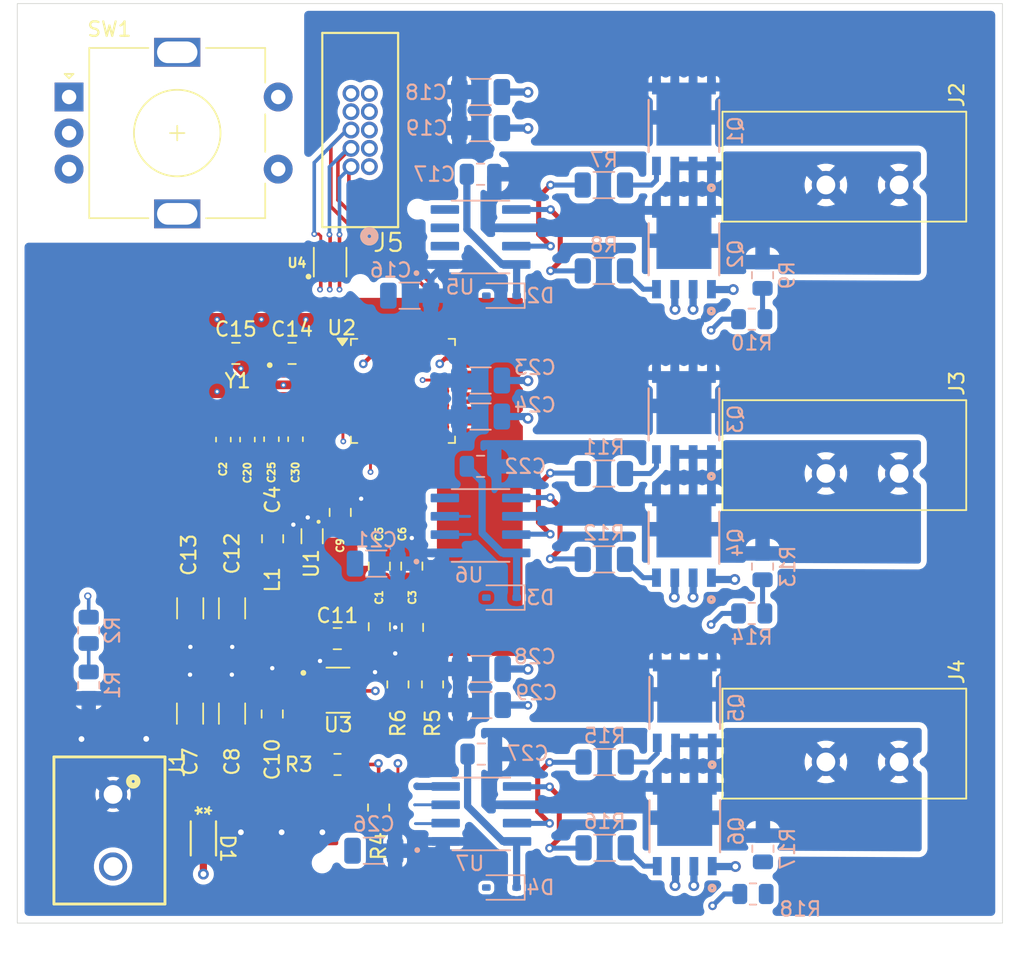
<source format=kicad_pcb>
(kicad_pcb (version 20241229) (generator "pcbnew") (generator_version "9.0")
  (layers (0 "F.Cu" signal) (4 "In1.Cu" signal) (6 "In2.Cu" signal) (2 "B.Cu" signal) (13 "F.Paste" user) (15 "B.Paste" user) (5 "F.SilkS" user "F.Silkscreen") (7 "B.SilkS" user "B.Silkscreen") (1 "F.Mask" user) (3 "B.Mask" user) (25 "Edge.Cuts" user))
  (net 0 "")
  (net 1 "GND")
  (net 2 "+3V3")
  (net 3 "/PWR/VCC_SENSE")
  (net 4 "VCC")
  (net 5 "VDDA")
  (net 6 "/PWR/BST")
  (net 7 "/STM32/HSE_IN")
  (net 8 "/STM32/HSE_OUT")
  (net 9 "Net-(D2-K)")
  (net 10 "/U PHASE/U_PHASE")
  (net 11 "/STM32/U_VSENSE")
  (net 12 "Net-(D3-K)")
  (net 13 "/V PHASE/V_PHASE")
  (net 14 "/STM32/V_VSENSE")
  (net 15 "/W PHASE/W_PHASE")
  (net 16 "Net-(D4-K)")
  (net 17 "/STM32/W_VSENSE")
  (net 19 "/STM32/SWDIO")
  (net 21 "/STM32/SWCLK")
  (net 22 "/STM32/SWO")
  (net 24 "Net-(Q1-Pad4)")
  (net 25 "Net-(Q2-Pad4)")
  (net 26 "Net-(Q3-Pad4)")
  (net 27 "Net-(Q4-Pad4)")
  (net 28 "Net-(Q5-Pad4)")
  (net 29 "Net-(Q6-Pad4)")
  (net 30 "/PWR/BUCK_EN")
  (net 31 "/PWR/VBST")
  (net 32 "Net-(U5-HO)")
  (net 33 "Net-(U5-LO)")
  (net 34 "Net-(U6-HO)")
  (net 35 "Net-(U6-LO)")
  (net 36 "Net-(U7-HO)")
  (net 37 "Net-(U7-LO)")
  (net 38 "/STM32/ENC_B")
  (net 39 "/STM32/ENC_A")
  (net 40 "/STM32/W_HIN")
  (net 42 "/STM32/W_LIN")
  (net 43 "/STM32/V_LIN")
  (net 51 "/STM32/U_LIN")
  (net 58 "/STM32/V_HIN")
  (net 63 "/STM32/U_HIN")
  (net 67 "/PWR/VFB")
  (footprint "esc-land-patterns:SOT95P280X110-6N" (layer "F.Cu") (at 132.345 110.025)
    (property "Reference" "U3")
    (property "Value" "TPS562201DDCR" (hide yes))
  )
  (footprint "Capacitor_SMD:C_0805_2012Metric" (layer "F.Cu") (at 137.4625 101.425 90)
    (property "Reference" "C3")
    (property "Value" ".1uF" (hide yes))
  )
  (footprint "Capacitor_SMD:C_0603_1608Metric" (layer "F.Cu") (at 129.4 92.625 -90)
    (property "Reference" "C30")
    (property "Value" "10nF" (hide yes))
  )
  (footprint "Capacitor_SMD:C_0805_2012Metric" (layer "F.Cu") (at 137.5125 105.675 -90)
    (property "Reference" "C6")
    (property "Value" ".1uF")
  )
  (footprint "Capacitor_SMD:C_0805_2012Metric" (layer "F.Cu") (at 129.1625 86.675)
    (property "Reference" "C14")
    (property "Value" "4.7uF" (hide yes))
  )
  (footprint "Rotary_Encoder:RotaryEncoder_Alps_EC11E-Switch_Vertical_H20mm" (layer "F.Cu") (at 113.7 68.9)
    (property "Reference" "SW1")
    (property "Value" "RotaryEncoder" (hide yes))
  )
  (footprint "esc-land-patterns:XTAL_ABS04W-32.768KHZ-4-D2-T5" (layer "F.Cu") (at 127.2025 88.59 -90)
    (property "Reference" "Y1")
    (property "Value" "32.768KHz" (hide yes))
  )
  (footprint "Capacitor_SMD:C_1206_3216Metric" (layer "F.Cu") (at 125 111.65 90)
    (property "Reference" "C8")
    (property "Value" "22uF" (hide yes))
  )
  (footprint "Capacitor_SMD:C_0805_2012Metric" (layer "F.Cu") (at 127.8125 99.525 90)
    (property "Reference" "C4")
    (property "Value" "4.7uF" (hide yes))
  )
  (footprint "Resistor_SMD:R_0805_2012Metric" (layer "F.Cu") (at 135.1625 118.1625 -90)
    (property "Reference" "R4")
    (property "Value" "10k" (hide yes))
  )
  (footprint "esc-land-patterns:INDC2012X145N" (layer "F.Cu") (at 127.8 104.965 90)
    (property "Reference" "L1")
    (property "Value" "3.3uH" (hide yes))
  )
  (footprint "esc-land-patterns:PHOENIX_1706701" (layer "F.Cu") (at 175.9 117.54 90)
    (property "Reference" "J4")
    (property "Value" "Screw_Terminal_01x01" (hide yes))
  )
  (footprint "esc-land-patterns:SOD-323HEUS2H_TOS" (layer "F.Cu") (at 123.0125 120.3 -90)
    (property "Reference" "D1")
    (property "Value" "CUHZ16V_H3F" (hide yes))
  )
  (footprint "esc-land-patterns:SON65P200X200X80-7N" (layer "F.Cu") (at 131.8 80.35 90)
    (property "Reference" "U4")
    (property "Value" "TVS0500DRV" (hide yes))
  )
  (footprint "Capacitor_SMD:C_0805_2012Metric" (layer "F.Cu") (at 125.2625 86.675)
    (property "Reference" "C15")
    (property "Value" "4.7uF" (hide yes))
  )
  (footprint "Capacitor_SMD:C_0805_2012Metric" (layer "F.Cu") (at 135.2125 101.425 90)
    (property "Reference" "C1")
    (property "Value" "4.7uF" (hide yes))
  )
  (footprint "Capacitor_SMD:C_0805_2012Metric" (layer "F.Cu") (at 127.7875 111.675 90)
    (property "Reference" "C10")
    (property "Value" ".1uF" (hide yes))
  )
  (footprint "esc-land-patterns:PHOENIX_1706701" (layer "F.Cu") (at 175.9 77.54 90)
    (property "Reference" "J2")
    (property "Value" "Screw_Terminal_01x01" (hide yes))
  )
  (footprint "Capacitor_SMD:C_0603_1608Metric" (layer "F.Cu") (at 126.066667 92.65 -90)
    (property "Reference" "C20")
    (property "Value" "10nF" (hide yes))
  )
  (footprint "Capacitor_SMD:C_1206_3216Metric" (layer "F.Cu") (at 122.0875 111.65 90)
    (property "Reference" "C7")
    (property "Value" "22uF" (hide yes))
  )
  (footprint "Capacitor_SMD:C_0603_1608Metric" (layer "F.Cu") (at 124.4 92.65 -90)
    (property "Reference" "C2")
    (property "Value" "10nF" (hide yes))
  )
  (footprint "Capacitor_SMD:C_0805_2012Metric" (layer "F.Cu") (at 132.3 106.45 180)
    (property "Reference" "C11")
    (property "Value" ".1uF" (hide yes))
  )
  (footprint "Resistor_SMD:R_0805_2012Metric" (layer "F.Cu") (at 136.5 109.625 90)
    (property "Reference" "R6")
    (property "Value" "10k" (hide yes))
  )
  (footprint "Capacitor_SMD:C_0805_2012Metric" (layer "F.Cu") (at 135.2125 105.625 -90)
    (property "Reference" "C5")
    (property "Value" ".1uF" (hide yes))
  )
  (footprint "Capacitor_SMD:C_1206_3216Metric" (layer "F.Cu") (at 125 104.35 -90)
    (property "Reference" "C12")
    (property "Value" "22uF" (hide yes))
  )
  (footprint "Package_SON:Texas_X2SON-4_1x1mm_P0.65mm" (layer "F.Cu") (at 130.55 99.35 -90)
    (property "Reference" "U1")
    (property "Value" "TPS7A20xxxDQN" (hide yes))
  )
  (footprint "esc-land-patterns:CONN_3220-10-0100-00_CNC" (layer "F.Cu") (at 134.52 73.73 90)
    (property "Reference" "J5")
    (property "Value" "3220-10-0100-00" (hide yes))
  )
  (footprint "Package_QFP:LQFP-48_7x7mm_P0.5mm" (layer "F.Cu") (at 136.85 89.275)
    (property "Reference" "U2")
    (property "Value" "STM32G484CETx" (hide yes))
  )
  (footprint "esc-land-patterns:691137710002" (layer "F.Cu") (at 116.75 119.75 -90)
    (property "Reference" "J1")
    (property "Value" "Conn_01x02")
  )
  (footprint "Capacitor_SMD:C_1206_3216Metric" (layer "F.Cu") (at 122.1 104.35 -90)
    (property "Reference" "C13")
    (property "Value" "22uF" (hide yes))
  )
  (footprint "Resistor_SMD:R_0805_2012Metric" (layer "F.Cu") (at 138.9 109.625 90)
    (property "Reference" "R5")
    (property "Value" "33.2k" (hide yes))
  )
  (footprint "Resistor_SMD:R_0805_2012Metric" (layer "F.Cu") (at 132.3125 115.175 180)
    (property "Reference" "R3")
    (property "Value" "52.5k" (hide yes))
  )
  (footprint "Capacitor_SMD:C_0805_2012Metric" (layer "F.Cu") (at 132.5 97.7 90)
    (property "Reference" "C9")
    (property "Value" "4.7uF" (hide yes))
  )
  (footprint "esc-land-patterns:PHOENIX_1706701" (layer "F.Cu") (at 175.9 97.54 90)
    (property "Reference" "J3")
    (property "Value" "Screw_Terminal_01x01" (hide yes))
  )
  (footprint "Capacitor_SMD:C_0603_1608Metric" (layer "F.Cu") (at 127.733333 92.625 -90)
    (property "Reference" "C25")
    (property "Value" "10nF" (hide yes))
  )
  (footprint "Diode_SMD:D_SOD-323" (layer "B.Cu") (at 143.68 123.705 180)
    (property "Reference" "D4")
    (property "Value" "1N5819WS" (hide yes))
  )
  (footprint "esc-land-patterns:TRANS_SIR182DP-T1-RE3" (layer "B.Cu") (at 156.33 71.005 90)
    (property "Reference" "Q1")
    (property "Value" "SIR182DP-T1-RE3" (hide yes))
  )
  (footprint "esc-land-patterns:TRANS_SIR182DP-T1-RE3" (layer "B.Cu") (at 156.385 111.005 90)
    (property "Reference" "Q5")
    (property "Value" "SIR182DP-T1-RE3" (hide yes))
  )
  (footprint "Capacitor_SMD:C_1206_3216Metric" (layer "B.Cu") (at 135 101.25 180)
    (property "Reference" "C21")
    (property "Value" "22uF" (hide yes))
  )
  (footprint "Resistor_SMD:R_1206_3216Metric" (layer "B.Cu") (at 150.78 80.955 180)
    (property "Reference" "R8")
    (property "Value" "100" (hide yes))
  )
  (footprint "Capacitor_SMD:C_1206_3216Metric" (layer "B.Cu") (at 137.3125 82.675 180)
    (property "Reference" "C16")
    (property "Value" "22uF" (hide yes))
  )
  (footprint "Capacitor_SMD:C_1206_3216Metric" (layer "B.Cu") (at 142.285 108.555)
    (property "Reference" "C28")
    (property "Value" "22uF" (hide yes))
  )
  (footprint "Resistor_SMD:R_0805_2012Metric" (layer "B.Cu") (at 115.0625 105.875 90)
    (property "Reference" "R2")
    (property "Value" "10k" (hide yes))
  )
  (footprint "Diode_SMD:D_SOD-323" (layer "B.Cu") (at 143.68 103.605 180)
    (property "Reference" "D3")
    (property "Value" "1N5819WS" (hide yes))
  )
  (footprint "Capacitor_SMD:C_1206_3216Metric" (layer "B.Cu") (at 142.285 111.055)
    (property "Reference" "C29")
    (property "Value" "22uF")
  )
  (footprint "Resistor_SMD:R_0805_2012Metric" (layer "B.Cu") (at 161.78 101.455 -90)
    (property "Reference" "R13")
    (property "Value" "33.2k" (hide yes))
  )
  (footprint "Resistor_SMD:R_1206_3216Metric" (layer "B.Cu") (at 150.78 100.955 180)
    (property "Reference" "R12")
    (property "Value" "100" (hide yes))
  )
  (footprint "Resistor_SMD:R_0805_2012Metric" (layer "B.Cu") (at 161.03 84.305 180)
    (property "Reference" "R10")
    (property "Value" "10k" (hide yes))
  )
  (footprint "esc-land-patterns:SOIC127P600X175-8N" (layer "B.Cu") (at 142.285 118.605)
    (property "Reference" "U7")
    (property "Value" "IR2103STRPBF" (hide yes))
  )
  (footprint "esc-land-patterns:TRANS_SIR182DP-T1-RE3" (layer "B.Cu") (at 156.385 119.555 90)
    (property "Reference" "Q6")
    (property "Value" "SIR182DP-T1-RE3" (hide yes))
  )
  (footprint "Resistor_SMD:R_1206_3216Metric" (layer "B.Cu") (at 150.835 115.005 180)
    (property "Reference" "R15")
    (property "Value" "100" (hide yes))
  )
  (footprint "Capacitor_SMD:C_0805_2012Metric" (layer "B.Cu") (at 142.28 114.455)
    (property "Reference" "C27")
    (property "Value" "1uF" (hide yes))
  )
  (footprint "Resistor_SMD:R_1206_3216Metric" (layer "B.Cu") (at 150.78 75.005 180)
    (property "Reference" "R7")
    (property "Value" "100" (hide yes))
  )
  (footprint "esc-land-patterns:SOIC127P600X175-8N" (layer "B.Cu") (at 142.23 78.605)
    (property "Reference" "U5")
    (property "Value" "IR2103STRPBF" (hide yes))
  )
  (footprint "Capacitor_SMD:C_1206_3216Metric" (layer "B.Cu") (at 142.23 88.555)
    (property "Reference" "C23")
    (property "Value" "22uF" (hide yes))
  )
  (footprint "Resistor_SMD:R_0805_2012Metric" (layer "B.Cu") (at 161.1175 124.155 180)
    (property "Reference" "R18")
    (property "Value" "10k" (hide yes))
  )
  (footprint "esc-land-patterns:SOIC127P600X175-8N" (layer "B.Cu") (at 142.23 98.605)
    (property "Reference" "U6")
    (property "Value" "IR2103STRPBF" (hide yes))
  )
  (footprint "esc-land-patterns:TRANS_SIR182DP-T1-RE3" (layer "B.Cu") (at 156.33 79.555 90)
    (property "Reference" "Q2")
    (property "Value" "SIR182DP-T1-RE3" (hide yes))
  )
  (footprint "Resistor_SMD:R_1206_3216Metric" (layer "B.Cu") (at 150.835 120.955 180)
    (property "Reference" "R16")
    (property "Value" "100" (hide yes))
  )
  (footprint "Resistor_SMD:R_0805_2012Metric" (layer "B.Cu") (at 161.78 81.255 -90)
    (property "Reference" "R9")
    (property "Value" "33.2k" (hide yes))
  )
  (footprint "Resistor_SMD:R_1206_3216Metric" (layer "B.Cu") (at 150.78 95.005 180)
    (property "Reference" "R11")
    (property "Value" "100" (hide yes))
  )
  (footprint "Resistor_SMD:R_0805_2012Metric" (layer "B.Cu") (at 115.0625 109.675 90)
    (property "Reference" "R1")
    (property "Value" "30k" (hide yes))
  )
  (footprint "Capacitor_SMD:C_0805_2012Metric" (layer "B.Cu") (at 142.23 94.505)
    (property "Reference" "C22")
    (property "Value" "1uF" (hide yes))
  )
  (footprint "Capacitor_SMD:C_1206_3216Metric" (layer "B.Cu") (at 142.23 68.555)
    (property "Reference" "C18")
    (property "Value" "22uF" (hide yes))
  )
  (footprint "Capacitor_SMD:C_1206_3216Metric" (layer "B.Cu") (at 142.23 71.055)
    (property "Reference" "C19")
    (property "Value" "22uF" (hide yes))
  )
  (footprint "Capacitor_SMD:C_1206_3216Metric" (layer "B.Cu") (at 142.23 91.055)
    (property "Reference" "C24")
    (property "Value" "22uF")
  )
  (footprint "Diode_SMD:D_SOD-323" (layer "B.Cu") (at 143.68 82.675 180)
    (property "Reference" "D2")
    (property "Value" "1N5819WS" (hide yes))
  )
  (footprint "esc-land-patterns:TRANS_SIR182DP-T1-RE3" (layer "B.Cu") (at 156.33 91.005 90)
    (property "Reference" "Q3")
    (property "Value" "SIR182DP-T1-RE3" (hide yes))
  )
  (footprint "Resistor_SMD:R_0805_2012Metric" (layer "B.Cu") (at 161.03 104.705 180)
    (property "Reference" "R14")
    (property "Value" "10k" (hide yes))
  )
  (footprint "Capacitor_SMD:C_0805_2012Metric" (layer "B.Cu") (at 142.23 74.254996)
    (property "Reference" "C17")
    (property "Value" "1uF" (hide yes))
  )
  (footprint "Resistor_SMD:R_0805_2012Metric" (layer "B.Cu") (at 161.805 121.0175 -90)
    (property "Reference" "R17")
    (property "Value" "33.2k" (hide yes))
  )
  (footprint "Capacitor_SMD:C_1206_3216Metric" (layer "B.Cu") (at 134.83 121.155 180)
    (property "Reference" "C26")
    (property "Value" "22uF")
  )
  (footprint "esc-land-patterns:TRANS_SIR182DP-T1-RE3" (layer "B.Cu") (at 156.33 99.555 90)
    (property "Reference" "Q4")
    (property "Value" "SIR182DP-T1-RE3" (hide yes))
  )
  (gr_rect (start 110.1125 62.425) (end 178.4125 126.175) (stroke (width 0.05)) (fill no) (layer "Edge.Cuts"))
  (segment (start 126.2125 86.675) (end 126.2125 85.325) (width 0.25) (layer "F.Cu") (net 1))
  (segment (start 123.0125 122.775) (end 123.0125 121.4938) (width 0.5) (layer "F.Cu") (net 1))
  (segment (start 131.1 108) (end 131.1 109.065) (width 0.3) (layer "F.Cu") (net 1))
  (segment (start 128.5125 88.925) (end 128.5625 88.875) (width 0.2) (layer "F.Cu") (net 1))
  (segment (start 134.6 85.1125) (end 134.6 86.9) (width 0.3) (layer "F.Cu") (net 1))
  (segment (start 136.1125 105.675) (end 135.2125 106.575) (width 0.35) (layer "F.Cu") (net 1))
  (segment (start 126.1425 88.255) (end 125.6125 87.725) (width 0.2) (layer "F.Cu") (net 1))
  (segment (start 130.1125 86.675) (end 130.1125 84.325) (width 0.25) (layer "F.Cu") (net 1))
  (segment (start 137.1625 106.625) (end 136.3125 107.475) (width 0.35) (layer "F.Cu") (net 1))
  (segment (start 125 110.175) (end 125 108.9625) (width 0.3) (layer "F.Cu") (net 1))
  (segment (start 137.4625 100.475) (end 137.4625 99.475) (width 0.35) (layer "F.Cu") (net 1))
  (segment (start 130.55 99.35) (end 130.225 99.025) (width 0.3) (layer "F.Cu") (net 1))
  (segment (start 136.4375 108.775) (end 136.5 108.7125) (width 0.3) (layer "F.Cu") (net 1))
  (segment (start 129.225 98.575) (end 129.25 98.55) (width 0.3) (layer "F.Cu") (net 1))
  (segment (start 134.9125 108.775) (end 136.4375 108.775) (width 0.3) (layer "F.Cu") (net 1))
  (segment (start 125 107.0125) (end 125.0125 107.025) (width 0.3) (layer "F.Cu") (net 1))
  (segment (start 122.1125 107.025) (end 122.1 107.0125) (width 0.3) (layer "F.Cu") (net 1))
  (segment (start 135.2125 100.475) (end 137.4625 100.475) (width 0.35) (layer "F.Cu") (net 1))
  (segment (start 126.7925 88.255) (end 126.1425 88.255) (width 0.2) (layer "F.Cu") (net 1))
  (segment (start 136.5 117.7375) (end 135.1625 119.075) (width 0.2) (layer "F.Cu") (net 1))
  (segment (start 133.95 96.75) (end 132.5 96.75) (width 0.3) (layer "F.Cu") (net 1))
  (segment (start 127.0375 84.325) (end 127.0375 84.5) (width 0.25) (layer "F.Cu") (net 1))
  (segment (start 132.45 81.375) (end 132.45 82.25) (width 0.25) (layer "F.Cu") (net 1))
  (segment (start 125 108.9625) (end 124.9875 108.95) (width 0.3) (layer "F.Cu") (net 1))
  (segment (start 130.225 99.025) (end 130.225 98.92) (width 0.3) (layer "F.Cu") (net 1))
  (segment (start 136.3125 105.675) (end 136.1125 105.675) (width 0.35) (layer "F.Cu") (net 1))
  (segment (start 127.7875 110.725) (end 127.7875 108.5) (width 0.3) (layer "F.Cu") (net 1))
  (segment (start 127.0375 84.5) (end 126.2125 85.325) (width 0.25) (layer "F.Cu") (net 1))
  (segment (start 122.0875 110.175) (end 122.0875 108.95) (width 0.3) (layer "F.Cu") (net 1))
  (segment (start 130.225 98.92) (end 130.225 98.075) (width 0.3) (layer "F.Cu") (net 1))
  (segment (start 139.775 87.025) (end 139.4 87.4) (width 0.3) (layer "F.Cu") (net 1))
  (segment (start 127.6125 88.925) (end 128.5125 88.925) (width 0.2) (layer "F.Cu") (net 1))
  (segment (start 131.15 81.375) (end 131.15 82.2) (width 0.25) (layer "F.Cu") (net 1))
  (segment (start 122.1 107.0125) (end 122.1 105.825) (width 0.3) (layer "F.Cu") (net 1))
  (segment (start 131.8 81.375) (end 131.8 82.25) (width 0.25) (layer "F.Cu") (net 1))
  (segment (start 127.8125 98.575) (end 129.225 98.575) (width 0.3) (layer "F.Cu") (net 1))
  (segment (start 136.5 115.1) (end 136.5 117.7375) (width 0.2) (layer "F.Cu") (net 1))
  (segment (start 131.15 82.2) (end 131.1 82.25) (width 0.25) (layer "F.Cu") (net 1))
  (segment (start 141.0125 87.025) (end 139.775 87.025) (width 0.3) (layer "F.Cu") (net 1))
  (segment (start 131.1 109.065) (end 131.09 109.075) (width 0.3) (layer "F.Cu") (net 1))
  (segment (start 130.225 98.075) (end 130.25 98.05) (width 0.3) (layer "F.Cu") (net 1))
  (segment (start 137.5125 106.625) (end 137.1625 106.625) (width 0.35) (layer "F.Cu") (net 1))
  (segment (start 134.6 86.9) (end 134.1 87.4) (width 0.3) (layer "F.Cu") (net 1))
  (segment (start 125 105.825) (end 125 107.0125) (width 0.3) (layer "F.Cu") (net 1))
  (via (at 125.6125 87.725) (size 0.4) (drill 0.2) (layers "F.Cu" "B.Cu") (net 1))
  (via (at 155.6625 103.575) (size 0.75) (drill 0.4) (layers "F.Cu" "B.Cu") (net 1))
  (via (at 158.2125 85.075) (size 0.6) (drill 0.3) (layers "F.Cu" "B.Cu") (net 1))
  (via (at 145.5125 91.175) (size 0.75) (drill 0.4) (layers "F.Cu" "B.Cu") (net 1))
  (via (at 139.4 87.4) (size 0.6) (drill 0.3) (layers "F.Cu" "B.Cu") (net 1))
  (via (at 145.5125 108.575) (size 0.75) (drill 0.4) (layers "F.Cu" "B.Cu") (net 1))
  (via blind (at 124.9875 108.95) (size 0.6) (drill 0.3) (layers "F.Cu" "In1.Cu") (net 1))
  (via blind (at 125.0125 107.025) (size 0.6) (drill 0.3) (layers "F.Cu" "In1.Cu") (net 1))
  (via (at 145.5125 68.575) (size 0.75) (drill 0.4) (layers "F.Cu" "B.Cu") (net 1))
  (via blind (at 134.9125 108.775) (size 0.6) (drill 0.3) (layers "F.Cu" "In1.Cu") (net 1))
  (via (at 131.1 82.25) (size 0.4) (drill 0.2) (layers "F.Cu" "B.Cu") (net 1))
  (via blind (at 133.95 96.75) (size 0.6) (drill 0.3) (layers "F.Cu" "In1.Cu") (net 1))
  (via (at 134.1 87.4) (size 0.6) (drill 0.3) (layers "F.Cu" "B.Cu") (net 1))
  (via (at 155.7125 123.575) (size 0.75) (drill 0.4) (layers "F.Cu" "B.Cu") (net 1))
  (via (at 159.75 82.25) (size 0.75) (drill 0.4) (layers "F.Cu" "B.Cu") (net 1))
  (via blind (at 127.7875 108.5) (size 0.6) (drill 0.3) (layers "F.Cu" "In1.Cu") (net 1))
  (via (at 123.0125 122.775) (size 0.75) (drill 0.4) (layers "F.Cu" "B.Cu") (net 1))
  (via (at 123.9625 89.325) (size 0.4) (drill 0.2) (layers "F.Cu" "B.Cu") (net 1))
  (via (at 136.5 115.1) (size 0.6) (drill 0.3) (layers "F.Cu" "B.Cu") (net 1))
  (via (at 115 103.5) (size 0.5) (drill 0.3) (layers "F.Cu" "B.Cu") (net 1))
  (via blind (at 122.0875 108.95) (size 0.6) (drill 0.3) (layers "F.Cu" "In1.Cu") (net 1))
  (via (at 156.9625 83.625) (size 0.75) (drill 0.4) (layers "F.Cu" "B.Cu") (net 1))
  (via (at 145.5125 111.075) (size 0.6) (drill 0.3) (layers "F.Cu" "B.Cu") (net 1))
  (via blind (at 136.3125 107.475) (size 0.6) (drill 0.3) (layers "F.Cu" "In1.Cu") (net 1))
  (via (at 158.3125 124.975) (size 0.6) (drill 0.3) (layers "F.Cu" "B.Cu") (net 1))
  (via (at 159.85 102.35) (size 0.75) (drill 0.4) (layers "F.Cu" "B.Cu") (net 1))
  (via (at 123.9625 84.325) (size 0.4) (drill 0.2) (layers "F.Cu" "B.Cu") (net 1))
  (via (at 130.1125 84.325) (size 0.4) (drill 0.2) (layers "F.Cu" "B.Cu") (net 1))
  (via blind (at 130.25 98.05) (size 0.6) (drill 0.3) (layers "F.Cu" "In1.Cu") (net 1))
  (via (at 157.0125 123.575) (size 0.75) (drill 0.4) (layers "F.Cu" "B.Cu") (net 1))
  (via (at 127.0375 84.325) (size 0.4) (drill 0.2) (layers "F.Cu" "B.Cu") (net 1))
  (via (at 156.9625 103.575) (size 0.75) (drill 0.4) (layers "F.Cu" "B.Cu") (net 1))
  (via blind (at 131.1 108) (size 0.6) (drill 0.3) (layers "F.Cu" "In1.Cu") (net 1))
  (via (at 155.7125 83.625) (size 0.75) (drill 0.4) (layers "F.Cu" "B.Cu") (net 1))
  (via blind (at 129.25 98.55) (size 0.6) (drill 0.3) (layers "F.Cu" "In1.Cu") (net 1))
  (via (at 131.775 82.25) (size 0.4) (drill 0.2) (layers "F.Cu" "B.Cu") (net 1))
  (via blind (at 137.4625 99.475) (size 0.6) (drill 0.3) (layers "F.Cu" "In1.Cu") (net 1))
  (via (at 145.5125 71.075) (size 0.75) (drill 0.4) (layers "F.Cu" "B.Cu") (net 1))
  (via (at 145.5125 88.575) (size 0.75) (drill 0.4) (layers "F.Cu" "B.Cu") (net 1))
  (via (at 132.45 82.25) (size 0.4) (drill 0.2) (layers "F.Cu" "B.Cu") (net 1))
  (via blind (at 136.3125 105.675) (size 0.6) (drill 0.3) (layers "F.Cu" "In1.Cu") (net 1))
  (via (at 159.9 122.25) (size 0.75) (drill 0.4) (layers "F.Cu" "B.Cu") (net 1))
  (via (at 158.2125 105.475) (size 0.6) (drill 0.3) (layers "F.Cu" "B.Cu") (net 1))
  (via blind (at 122.1125 107.025) (size 0.6) (drill 0.3) (layers "F.Cu" "In1.Cu") (net 1))
  (via (at 128.5625 88.875) (size 0.4) (drill 0.2) (layers "F.Cu" "B.Cu") (net 1))
  (segment (start 156.965 83.6225) (end 156.9625 83.625) (width 0.5) (layer "B.Cu") (net 1))
  (segment (start 145.4925 108.555) (end 145.5125 108.575) (width 0.5) (layer "B.Cu") (net 1))
  (segment (start 160.205 124.155) (end 159.1325 124.155) (width 0.35) (layer "B.Cu") (net 1))
  (segment (start 156.965 103.5725) (end 156.9625 103.575) (width 0.5) (layer "B.Cu") (net 1))
  (segment (start 143.705 68.555) (end 145.4925 68.555) (width 0.5) (layer "B.Cu") (net 1))
  (segment (start 145.4925 111.055) (end 145.5125 111.075) (width 0.5) (layer "B.Cu") (net 1))
  (segment (start 159.9 122.25) (end 158.315 122.25) (width 0.5) (layer "B.Cu") (net 1))
  (segment (start 158.26 82.25) (end 158.235 82.225) (width 0.5) (layer "B.Cu") (net 1))
  (segment (start 155.695 103.5425) (end 155.6625 103.575) (width 0.5) (layer "B.Cu") (net 1))
  (segment (start 115.0625 103.5625) (end 115 103.5) (width 0.25) (layer "B.Cu") (net 1))
  (segment (start 143.705 88.555) (end 145.4925 88.555) (width 0.5) (layer "B.Cu") (net 1))
  (segment (start 143.76 108.555) (end 145.4925 108.555) (width 0.5) (layer "B.Cu") (net 1))
  (segment (start 160.1175 84.305) (end 158.9825 84.305) (width 0.35) (layer "B.Cu") (net 1))
  (segment (start 115.0625 104.9625) (end 115.0625 103.5625) (width 0.25) (layer "B.Cu") (net 1))
  (segment (start 145.3925 91.055) (end 145.5125 91.175) (width 0.5) (layer "B.Cu") (net 1))
  (segment (start 143.76 111.055) (end 145.4925 111.055) (width 0.5) (layer "B.Cu") (net 1))
  (segment (start 157.02 123.5675) (end 157.0125 123.575) (width 0.5) (layer "B.Cu") (net 1))
  (segment (start 158.36 102.35) (end 158.235 102.225) (width 0.5) (layer "B.Cu") (net 1))
  (segment (start 155.695 83.6075) (end 155.7125 83.625) (width 0.5) (layer "B.Cu") (net 1))
  (segment (start 143.705 91.055) (end 145.3925 91.055) (width 0.5) (layer "B.Cu") (net 1))
  (segment (start 159.1325 124.155) (end 158.3125 124.975) (width 0.35) (layer "B.Cu") (net 1))
  (segment (start 155.695 102.225) (end 155.695 103.5425) (width 0.5) (layer "B.Cu") (net 1))
  (segment (start 158.9825 84.305) (end 158.2125 85.075) (width 0.35) (layer "B.Cu") (net 1))
  (segment (start 156.965 102.225) (end 156.965 103.5725) (width 0.5) (layer "B.Cu") (net 1))
  (segment (start 159.85 102.35) (end 158.36 102.35) (width 0.5) (layer "B.Cu") (net 1))
  (segment (start 158.9825 104.705) (end 158.2125 105.475) (width 0.35) (layer "B.Cu") (net 1))
  (segment (start 139.81 116.7) (end 137.8375 116.7) (width 0.5) (layer "B.Cu") (net 1))
  (segment (start 145.4925 71.055) (end 145.5125 71.075) (width 0.5) (layer "B.Cu") (net 1))
  (segment (start 160.1175 104.705) (end 158.9825 104.705) (width 0.35) (layer "B.Cu") (net 1))
  (segment (start 155.75 122.225) (end 155.75 123.5375) (width 0.5) (layer "B.Cu") (net 1))
  (segment (start 157.02 122.225) (end 157.02 123.5675) (width 0.5) (layer "B.Cu") (net 1))
  (segment (start 155.695 82.225) (end 155.695 83.6075) (width 0.5) (layer "B.Cu") (net 1))
  (segment (start 137.8375 116.7) (end 137.8125 116.675) (width 0.5) (layer "B.Cu") (net 1))
  (segment (start 145.4925 88.555) (end 145.5125 88.575) (width 0.5) (layer "B.Cu") (net 1))
  (segment (start 143.705 71.055) (end 145.4925 71.055) (width 0.5) (layer "B.Cu") (net 1))
  (segment (start 158.315 122.25) (end 158.29 122.225) (width 0.5) (layer "B.Cu") (net 1))
  (segment (start 145.4925 68.555) (end 145.5125 68.575) (width 0.5) (layer "B.Cu") (net 1))
  (segment (start 159.75 82.25) (end 158.26 82.25) (width 0.5) (layer "B.Cu") (net 1))
  (segment (start 156.965 82.225) (end 156.965 83.6225) (width 0.5) (layer "B.Cu") (net 1))
  (segment (start 155.75 123.5375) (end 155.7125 123.575) (width 0.5) (layer "B.Cu") (net 1))
  (segment (start 115.0625 108.7625) (end 115.0625 106.7875) (width 0.25) (layer "B.Cu") (net 3))
  (via (at 131.2625 119.875) (size 0.75) (drill 0.4) (layers "F.Cu" "B.Cu") (net 4))
  (via (at 125.6125 119.875) (size 0.75) (drill 0.4) (layers "F.Cu" "B.Cu") (net 4))
  (via (at 114.5625 113.4125) (size 0.75) (drill 0.4) (layers "F.Cu" "B.Cu") (net 4))
  (via (at 128.4375 119.875) (size 0.75) (drill 0.4) (layers "F.Cu" "B.Cu") (net 4))
  (via (at 119.05 113.4) (size 0.75) (drill 0.4) (layers "F.Cu" "B.Cu") (net 4))
  (segment (start 136.305 121.155) (end 139.165 121.155) (width 0.5) (layer "B.Cu") (net 4))
  (segment (start 139.165 121.155) (end 139.81 120.51) (width 0.5) (layer "B.Cu") (net 4))
  (segment (start 139.015 101.25) (end 139.755 100.51) (width 0.5) (layer "B.Cu") (net 4))
  (segment (start 114.5625 113.4125) (end 115.0625 112.9125) (width 0.25) (layer "B.Cu") (net 4))
  (segment (start 136.475 101.25) (end 139.015 101.25) (width 0.5) (layer "B.Cu") (net 4))
  (segment (start 115.0625 112.9125) (end 115.0625 110.5875) (width 0.25) (layer "B.Cu") (net 4))
  (segment (start 138.7875 82.675) (end 138.7875 81.4775) (width 0.5) (layer "B.Cu") (net 4))
  (segment (start 115.0125 110.6375) (end 115.0625 110.5875) (width 0.5) (layer "B.Cu") (net 4))
  (segment (start 138.7875 81.4775) (end 139.755 80.51) (width 0.5) (layer "B.Cu") (net 4))
  (segment (start 132.5 98.65) (end 131.145 98.65) (width 0.5) (layer "F.Cu") (net 5))
  (segment (start 131.145 98.65) (end 131.021467 98.773533) (width 0.5) (layer "F.Cu") (net 5))
  (segment (start 130.725 105.825) (end 127.8 105.825) (width 0.3) (layer "F.Cu") (net 6))
  (segment (start 131.35 106.45) (end 130.725 105.825) (width 0.3) (layer "F.Cu") (net 6))
  (segment (start 131.35 106.45) (end 131.3 106.5) (width 0.3) (layer "F.Cu") (net 6))
  (segment (start 131.09 110.025) (end 130.465 110.025) (width 0.3) (layer "F.Cu") (net 6))
  (segment (start 127.8 107.36) (end 127.8 105.825) (width 0.3) (layer "F.Cu") (net 6))
  (segment (start 130.465 110.025) (end 127.8 107.36) (width 0.3) (layer "F.Cu") (net 6))
  (segment (start 129.686176 88.255) (end 129.956176 88.525) (width 0.2) (layer "F.Cu") (net 7))
  (segment (start 127.6125 87.275) (end 127.6125 88.255) (width 0.25) (layer "F.Cu") (net 7))
  (segment (start 127.6125 88.255) (end 129.686176 88.255) (width 0.2) (layer "F.Cu") (net 7))
  (segment (start 128.2125 86.675) (end 127.6125 87.275) (width 0.25) (layer "F.Cu") (net 7))
  (segment (start 129.956176 88.525) (end 132.6875 88.525) (width 0.2) (layer "F.Cu") (net 7))
  (segment (start 126.7925 88.925) (end 126.7925 89.202) (width 0.2) (layer "F.Cu") (net 8))
  (segment (start 127.0515 89.461) (end 129.6015 89.461) (width 0.2) (layer "F.Cu") (net 8))
  (segment (start 124.3125 87.4) (end 125.8375 88.925) (width 0.25) (layer "F.Cu") (net 8))
  (segment (start 130.0375 89.025) (end 132.6875 89.025) (width 0.2) (layer "F.Cu") (net 8))
  (segment (start 124.3125 86.675) (end 124.3125 87.4) (width 0.25) (layer "F.Cu") (net 8))
  (segment (start 129.6015 89.461) (end 130.0375 89.025) (width 0.2) (layer "F.Cu") (net 8))
  (segment (start 126.7925 89.202) (end 127.0515 89.461) (width 0.2) (layer "F.Cu") (net 8))
  (segment (start 125.8375 88.925) (end 126.7925 88.925) (width 0.25) (layer "F.Cu") (net 8))
  (segment (start 144.73 80.535) (end 144.705 80.51) (width 0.5) (layer "B.Cu") (net 9))
  (segment (start 141.28 78.069999) (end 141.28 74.254996) (width 0.5) (layer "B.Cu") (net 9))
  (segment (start 144.73 82.675) (end 144.73 80.535) (width 0.5) (layer "B.Cu") (net 9))
  (segment (start 144.705 80.51) (end 143.720001 80.51) (width 0.5) (layer "B.Cu") (net 9))
  (segment (start 144.73 80.534996) (end 144.705 80.509996) (width 0.2) (layer "B.Cu") (net 9))
  (segment (start 143.720001 80.51) (end 141.28 78.069999) (width 0.5) (layer "B.Cu") (net 9))
  (segment (start 144.705 77.969996) (end 143.720001 77.969996) (width 0.2) (layer "B.Cu") (net 10))
  (segment (start 161.78 82.1675) (end 161.78 84.1425) (width 0.35) (layer "B.Cu") (net 11))
  (segment (start 161.78 84.1425) (end 161.9425 84.305) (width 0.35) (layer "B.Cu") (net 11))
  (segment (start 142.3385 95.5635) (end 141.28 94.505) (width 0.5) (layer "B.Cu") (net 12))
  (segment (start 142.3385 99.128499) (end 142.3385 95.5635) (width 0.5) (layer "B.Cu") (net 12))
  (segment (start 144.73 103.605) (end 144.73 100.535) (width 0.5) (layer "B.Cu") (net 12))
  (segment (start 144.705 100.51) (end 143.720001 100.51) (width 0.5) (layer "B.Cu") (net 12))
  (segment (start 143.720001 100.51) (end 142.3385 99.128499) (width 0.5) (layer "B.Cu") (net 12))
  (segment (start 144.73 100.535) (end 144.705 100.51) (width 0.5) (layer "B.Cu") (net 12))
  (segment (start 161.78 102.3675) (end 161.78 104.5425) (width 0.35) (layer "B.Cu") (net 14))
  (segment (start 161.78 104.5425) (end 161.9425 104.705) (width 0.35) (layer "B.Cu") (net 14))
  (segment (start 144.73 123.705) (end 144.73 120.54) (width 0.5) (layer "B.Cu") (net 16))
  (segment (start 143.775001 120.51) (end 141.33 118.064999) (width 0.5) (layer "B.Cu") (net 16))
  (segment (start 144.76 120.51) (end 143.775001 120.51) (width 0.5) (layer "B.Cu") (net 16))
  (segment (start 141.33 118.064999) (end 141.33 114.455) (width 0.5) (layer "B.Cu") (net 16))
  (segment (start 144.73 120.54) (end 144.76 120.51) (width 0.5) (layer "B.Cu") (net 16))
  (segment (start 133.1 76.15) (end 139.6 82.65) (width 0.25) (layer "F.Cu") (net 19))
  (segment (start 132.45 79.325) (end 132.45 78.4) (width 0.25) (layer "F.Cu") (net 19))
  (segment (start 133.25 73.73) (end 133.1 73.88) (width 0.25) (layer "F.Cu") (net 19))
  (segment (start 133.1 73.88) (end 133.1 76.15) (width 0.25) (layer "F.Cu") (net 19))
  (via (at 132.45 78.434826) (size 0.4) (drill 0.2) (layers "F.Cu" "B.Cu") (net 19))
  (segment (start 132.45 78.4) (end 132.45 74.53) (width 0.25) (layer "B.Cu") (net 19))
  (segment (start 132.45 74.53) (end 133.25 73.73) (width 0.25) (layer "B.Cu") (net 19))
  (segment (start 132.94 72.46) (end 133.25 72.46) (width 0.25) (layer "F.Cu") (net 21))
  (segment (start 133.25 72.46) (end 132.99 72.46) (width 0.25) (layer "F.Cu") (net 21))
  (segment (start 139.051 84.492176) (end 139.1 84.541176) (width 0.2) (layer "F.Cu") (net 21))
  (segment (start 131.8 79.325) (end 131.8 78.516182) (width 0.25) (layer "F.Cu") (net 21))
  (segment (start 132.3398 76.0398) (end 139.1 82.8) (width 0.25) (layer "F.Cu") (net 21))
  (segment (start 131.8 78.516182) (end 131.753471 78.469653) (width 0.25) (layer "F.Cu") (net 21))
  (segment (start 132.3398 73.352982) (end 132.3398 76.0398) (width 0.25) (layer "F.Cu") (net 21))
  (segment (start 133.25 72.46) (end 133.232782 72.46) (width 0.25) (layer "F.Cu") (net 21))
  (segment (start 133.232782 72.46) (end 132.3398 73.352982) (width 0.25) (layer "F.Cu") (net 21))
  (segment (start 139.1 84.541176) (end 139.1 85.1125) (width 0.2) (layer "F.Cu") (net 21))
  (via (at 131.751939 78.434826) (size 0.4) (drill 0.2) (layers "F.Cu" "B.Cu") (net 21))
  (segment (start 131.753471 78.469653) (end 131.753471 73.746529) (width 0.25) (layer "B.Cu") (net 21))
  (segment (start 131.753471 73.746529) (end 133.04 72.46) (width 0.25) (layer "B.Cu") (net 21))
  (segment (start 133.04 72.46) (end 133.25 72.46) (width 0.25) (layer "B.Cu") (net 21))
  (segment (start 131.85 76.5) (end 138.1 82.75) (width 0.25) (layer "F.Cu") (net 22))
  (segment (start 131.008136 78.4) (end 131.15 78.541864) (width 0.2) (layer "F.Cu") (net 22))
  (segment (start 131.15 79.325) (end 131.15 78.541864) (width 0.2) (layer "F.Cu") (net 22))
  (segment (start 131.85 72.3) (end 131.85 76.5) (width 0.25) (layer "F.Cu") (net 22))
  (segment (start 133.25 71.19) (end 132.96 71.19) (width 0.25) (layer "F.Cu") (net 22))
  (segment (start 132.96 71.19) (end 131.85 72.3) (width 0.25) (layer "F.Cu") (net 22))
  (segment (start 130.7 78.4) (end 131.008136 78.4) (width 0.2) (layer "F.Cu") (net 22))
  (via (at 130.7 78.4) (size 0.4) (drill 0.2) (layers "F.Cu" "B.Cu") (net 22))
  (segment (start 130.7 73.45) (end 130.7 78.4) (width 0.25) (layer "B.Cu") (net 22))
  (segment (start 130.7 73.45) (end 132.96 71.19) (width 0.25) (layer "B.Cu") (net 22))
  (segment (start 132.96 71.19) (end 133.25 71.19) (width 0.25) (layer "B.Cu") (net 22))
  (segment (start 154.425 74.6625) (end 154.425 73.675) (width 0.35) (layer "B.Cu") (net 24))
  (segment (start 154.0825 75.005) (end 154.425 74.6625) (width 0.35) (layer "B.Cu") (net 24))
  (segment (start 152.2425 75.005) (end 154.0825 75.005) (width 0.35) (layer "B.Cu") (net 24))
  (segment (start 154.425 82.225) (end 153.5125 82.225) (width 0.35) (layer "B.Cu") (net 25))
  (segment (start 153.5125 82.225) (end 152.2425 80.955) (width 0.35) (layer "B.Cu") (net 25))
  (segment (start 153.9825 95.005) (end 154.425 94.5625) (width 0.35) (layer "B.Cu") (net 26))
  (segment (start 152.2425 95.005) (end 153.9825 95.005) (width 0.35) (layer "B.Cu") (net 26))
  (segment (start 154.425 94.5625) (end 154.425 93.675) (width 0.35) (layer "B.Cu") (net 26))
  (segment (start 154.425 102.225) (end 153.5125 102.225) (width 0.35) (layer "B.Cu") (net 27))
  (segment (start 153.5125 102.225) (end 152.2425 100.955) (width 0.35) (layer "B.Cu") (net 27))
  (segment (start 153.8825 115.005) (end 154.48 114.4075) (width 0.35) (layer "B.Cu") (net 28))
  (segment (start 152.2975 115.005) (end 153.8825 115.005) (width 0.35) (layer "B.Cu") (net 28))
  (segment (start 154.48 114.4075) (end 154.48 113.675) (width 0.35) (layer "B.Cu") (net 28))
  (segment (start 154.48 122.225) (end 153.5675 122.225) (width 0.35) (layer "B.Cu") (net 29))
  (segment (start 153.5675 122.225) (end 152.2975 120.955) (width 0.35) (layer "B.Cu") (net 29))
  (segment (start 135.075 115.175) (end 135.15 115.1) (width 0.25) (layer "F.Cu") (net 30))
  (segment (start 135.1625 115.1125) (end 135.15 115.1) (width 0.25) (layer "F.Cu") (net 30))
  (segment (start 133.65 110.075) (end 133.6 110.025) (width 0.3) (layer "F.Cu") (net 30))
  (segment (start 134.9375 110.075) (end 133.65 110.075) (width 0.25) (layer "F.Cu") (net 30))
  (segment (start 135.1625 117.25) (end 135.1625 115.1125) (width 0.25) (layer "F.Cu") (net 30))
  (segment (start 133.225 115.175) (end 135.075 115.175) (width 0.25) (layer "F.Cu") (net 30))
  (segment (start 133.225 115.175) (end 133.225 114.6125) (width 0.3) (layer "F.Cu") (net 30))
  (via (at 135.15 115.1) (size 0.6) (drill 0.3) (layers "F.Cu" "B.Cu") (net 30))
  (via (at 134.9375 110.075) (size 0.6) (drill 0.3) (layers "F.Cu" "B.Cu") (net 30))
  (segment (start 133.6 109.075) (end 133.6 106.8) (width 0.3) (layer "F.Cu") (net 31))
  (segment (start 133.6 106.8) (end 133.25 106.45) (width 0.3) (layer "F.Cu") (net 31))
  (segment (start 147.08 75.005) (end 146.259004 75.825996) (width 0.35) (layer "F.Cu") (net 32))
  (segment (start 146.259004 75.825996) (end 146.259004 78.419) (width 0.35) (layer "F.Cu") (net 32))
  (segment (start 146.259004 78.419) (end 147.08 79.239996) (width 0.35) (layer "F.Cu") (net 32))
  (via (at 147.08 79.239996) (size 0.6) (drill 0.3) (layers "F.Cu" "B.Cu") (net 32))
  (via (at 147.08 75.005) (size 0.6) (drill 0.3) (layers "F.Cu" "B.Cu") (net 32))
  (segment (start 147.08 79.239996) (end 144.705 79.239996) (width 0.35) (layer "B.Cu") (net 32))
  (segment (start 147.08 75.005) (end 149.3175 75.005) (width 0.35) (layer "B.Cu") (net 32))
  (segment (start 147.756 77.381) (end 147.756 80.279) (width 0.35) (layer "F.Cu") (net 33))
  (segment (start 147.756 80.279) (end 147.08 80.955) (width 0.35) (layer "F.Cu") (net 33))
  (segment (start 147.08 76.705) (end 147.756 77.381) (width 0.35) (layer "F.Cu") (net 33))
  (via (at 147.08 80.955) (size 0.6) (drill 0.3) (layers "F.Cu" "B.Cu") (net 33))
  (via (at 147.08 76.705) (size 0.6) (drill 0.3) (layers "F.Cu" "B.Cu") (net 33))
  (segment (start 144.705 76.699996) (end 147.074996 76.699996) (width 0.35) (layer "B.Cu") (net 33))
  (segment (start 147.08 80.955) (end 149.3175 80.955) (width 0.35) (layer "B.Cu") (net 33))
  (segment (start 147.074996 76.699996) (end 147.08 76.705) (width 0.35) (layer "B.Cu") (net 33))
  (segment (start 146.241504 95.795996) (end 146.241504 98.389) (width 0.35) (layer "F.Cu") (net 34))
  (segment (start 147.0625 94.975) (end 146.241504 95.795996) (width 0.35) (layer "F.Cu") (net 34))
  (segment (start 146.241504 98.389) (end 147.0625 99.209996) (width 0.35) (layer "F.Cu") (net 34))
  (via (at 147.0625 94.975) (size 0.6) (drill 0.3) (layers "F.Cu" "B.Cu") (net 34))
  (via (at 147.0625 99.209996) (size 0.6) (drill 0.3) (layers "F.Cu" "B.Cu") (net 34))
  (segment (start 147.0625 94.975) (end 149.3 94.975) (width 0.35) (layer "B.Cu") (net 34))
  (segment (start 147.0625 99.209996) (end 144.6875 99.209996) (width 0.35) (layer "B.Cu") (net 34))
  (segment (start 147.0625 96.675) (end 147.7385 97.351) (width 0.35) (layer "F.Cu") (net 35))
  (segment (start 147.7385 100.249) (end 147.0625 100.925) (width 0.35) (layer "F.Cu") (net 35))
  (segment (start 147.7385 97.351) (end 147.7385 100.249) (width 0.35) (layer "F.Cu") (net 35))
  (via (at 147.0625 96.675) (size 0.6) (drill 0.3) (layers "F.Cu" "B.Cu") (net 35))
  (via (at 147.0625 100.925) (size 0.6) (drill 0.3) (layers "F.Cu" "B.Cu") (net 35))
  (segment (start 147.0625 100.925) (end 149.3 100.925) (width 0.35) (layer "B.Cu") (net 35))
  (segment (start 144.6875 96.669996) (end 147.057496 96.669996) (width 0.35) (layer "B.Cu") (net 35))
  (segment (start 146.191504 118.439) (end 147.0125 119.259996) (width 0.35) (layer "F.Cu") (net 36))
  (segment (start 146.191504 115.845996) (end 146.191504 118.439) (width 0.35) (layer "F.Cu") (net 36))
  (segment (start 147.0125 115.025) (end 146.191504 115.845996) (width 0.35) (layer "F.Cu") (net 36))
  (via (at 147.0125 119.259996) (size 0.6) (drill 0.3) (layers "F.Cu" "B.Cu") (net 36))
  (via (at 147.0125 115.025) (size 0.6) (drill 0.3) (layers "F.Cu" "B.Cu") (net 36))
  (segment (start 147.0125 119.259996) (end 144.6375 119.259996) (width 0.35) (layer "B.Cu") (net 36))
  (segment (start 147.0125 115.025) (end 149.25 115.025) (width 0.35) (layer "B.Cu") (net 36))
  (segment (start 147.6885 117.401) (end 147.6885 120.299) (width 0.35) (layer "F.Cu") (net 37))
  (segment (start 147.0125 116.725) (end 147.6885 117.401) (width 0.35) (layer "F.Cu") (net 37))
  (segment (start 147.6885 120.299) (end 147.0125 120.975) (width 0.35) (layer "F.Cu") (net 37))
  (via (at 147.0125 116.725) (size 0.6) (drill 0.3) (layers "F.Cu" "B.Cu") (net 37))
  (via (at 147.0125 120.975) (size 0.6) (drill 0.3) (layers "F.Cu" "B.Cu") (net 37))
  (segment (start 147.0125 120.975) (end 149.25 120.975) (width 0.35) (layer "B.Cu") (net 37))
  (segment (start 144.6375 116.719996) (end 147.007496 116.719996) (width 0.35) (layer "B.Cu") (net 37))
  (segment (start 134.6 94.9) (end 134.6 93.4375) (width 0.2) (layer "F.Cu") (net 38))
  (via (at 134.6 94.9) (size 0.4) (drill 0.2) (layers "F.Cu" "B.Cu") (net 38))
  (segment (start 132.6875 92.025) (end 132.6875 92.75) (width 0.2) (layer "F.Cu") (net 39))
  (segment (start 132.6875 92.75) (end 132.7125 92.775) (width 0.2) (layer "F.Cu") (net 39))
  (via (at 132.7125 92.775) (size 0.4) (drill 0.2) (layers "F.Cu" "B.Cu") (net 39))
  (segment (start 138.2125 88.525) (end 141.0125 88.525) (width 0.2) (layer "F.Cu") (net 40))
  (via (at 138.2125 88.525) (size 0.4) (drill 0.2) (layers "F.Cu" "B.Cu") (net 40))
  (segment (start 139.825 119.225) (end 139.81 119.24) (width 0.2) (layer "B.Cu") (net 40))
  (segment (start 139.775 119.275) (end 139.81 119.24) (width 0.2) (layer "B.Cu") (net 40))
  (segment (start 137.7125 119.275) (end 139.775 119.275) (width 0.2) (layer "B.Cu") (net 40))
  (segment (start 136.1125 93.45) (end 136.1 93.4375) (width 0.2) (layer "F.Cu") (net 42))
  (segment (start 137.6675 117.97) (end 139.81 117.97) (width 0.2) (layer "B.Cu") (net 42))
  (segment (start 137.6625 117.975) (end 137.6675 117.97) (width 0.2) (layer "B.Cu") (net 42))
  (segment (start 135.649 93.3885) (end 135.6 93.4375) (width 0.2) (layer "F.Cu") (net 43))
  (segment (start 139.76 97.975) (end 139.755 97.97) (width 0.2) (layer "B.Cu") (net 43))
  (segment (start 141.4625 97.975) (end 139.76 97.975) (width 0.2) (layer "B.Cu") (net 43))
  (segment (start 141.5125 99.225) (end 139.77 99.225) (width 0.2) (layer "B.Cu") (net 58))
  (segment (start 139.77 99.225) (end 139.755 99.24) (width 0.2) (layer "B.Cu") (net 58))
  (segment (start 138.9 110.5375) (end 136.5 110.5375) (width 0.25) (layer "F.Cu") (net 67))
  (segment (start 133.6 110.975) (end 136.0625 110.975) (width 0.3) (layer "F.Cu") (net 67))
  (segment (start 136.0625 110.975) (end 136.5 110.5375) (width 0.3) (layer "F.Cu") (net 67))
  (zone (net 4) (net_name "VCC") (layer "F.Cu") (priority 1) (connect_pads (clearance 0.5)) (min_thickness 0.25) (fill yes (thermal_gap 0.5) (thermal_bridge_width 0.5))
    (polygon (pts (xy 120.3875 112.325) (xy 120.3875 109.65) (xy 129.4625 109.65) (xy 129.4625 108.525) (xy 132.3375 108.525) (xy 132.3625 120.775) (xy 113.9125 120.8) (xy 113.936173 112.325)))
  )
  (zone (net 5) (net_name "VDDA") (layer "F.Cu") (priority 3) (connect_pads (clearance 0.25)) (min_thickness 0.125) (fill yes (thermal_gap 0.5) (thermal_bridge_width 0.5))
    (polygon (pts (xy 138.3375 99.375) (xy 138.3375 92.55) (xy 137.3375 92.55) (xy 137.3375 97.7) (xy 131.5125 97.7) (xy 131.5125 99.375)))
  )
  (zone (net 2) (net_name "+3V3") (layer "F.Cu") (priority 2) (connect_pads (clearance 0.25)) (min_thickness 0.25) (fill yes (thermal_gap 0.25) (thermal_bridge_width 0.5))
    (polygon (pts (xy 119.795384 104.25) (xy 126.5125 104.25) (xy 126.5125 104.942756) (xy 134.0875 104.933076) (xy 134.0875 107.65) (xy 145.1375 107.65) (xy 145.1375 99.775) (xy 145.1625 95.525) (xy 145.1625 82.825) (xy 131.7625 82.825) (xy 131.7625 86.775) (xy 134.3125 86.775) (xy 139.7625 86.775) (xy 139.7625 92.275) (xy 139.2125 92.275) (xy 139.2 101.4) (xy 133.7 101.4) (xy 133.7 99.45) (xy 119.8 99.45)))
  )
  (zone (net 1) (net_name "GND") (layer "F.Cu") (connect_pads yes (clearance 0.15)) (min_thickness 0.15) (fill yes (thermal_gap 0.25) (thermal_bridge_width 0.5))
    (polygon (pts (xy 130.9125 83.875) (xy 130.9125 89.775) (xy 123.3125 89.775) (xy 123.3125 83.875)))
  )
  (zone (net 4) (net_name "VCC") (layer "B.Cu") (priority 1) (connect_pads (clearance 0.35)) (min_thickness 0.6) (fill yes (thermal_gap 0.25) (thermal_bridge_width 1))
    (polygon (pts (xy 179.9125 128.175) (xy 108.9125 128.175) (xy 108.9125 62.175) (xy 179.9125 62.175)))
    (polygon (pts (xy 110 62.5) (xy 110 79) (xy 130 79) (xy 130 62.5)))
  )
  (zone (net 15) (net_name "/W PHASE/W_PHASE") (layer "B.Cu") (priority 2) (connect_pads (clearance 0.4)) (min_thickness 0.4) (fill yes (thermal_gap 0.5) (thermal_bridge_width 1))
    (polygon (pts (xy 142.262422 112.642342) (xy 142.279922 118.572342) (xy 153.462422 118.572342) (xy 153.462422 121.142342) (xy 159.962422 121.142342) (xy 172.812422 121.200225) (xy 172.812422 112.642342)))
  )
  (zone (net 10) (net_name "/U PHASE/U_PHASE") (layer "B.Cu") (priority 2) (connect_pads (clearance 0.4)) (min_thickness 0.4) (fill yes (thermal_gap 0.5) (thermal_bridge_width 1))
    (polygon (pts (xy 142.2125 72.675) (xy 142.23 78.605) (xy 153.4125 78.605) (xy 153.4125 81.175) (xy 159.9125 81.175) (xy 172.7625 81.232883) (xy 172.7625 72.675)))
  )
  (zone (net 13) (net_name "/V PHASE/V_PHASE") (layer "B.Cu") (priority 2) (connect_pads (clearance 0.4)) (min_thickness 0.4) (fill yes (thermal_gap 0.5) (thermal_bridge_width 1))
    (polygon (pts (xy 142.212422 92.692342) (xy 142.229922 98.622342) (xy 153.412422 98.622342) (xy 153.412422 101.192342) (xy 159.912422 101.192342) (xy 172.762422 101.250225) (xy 172.762422 92.692342)))
  )
)
</source>
